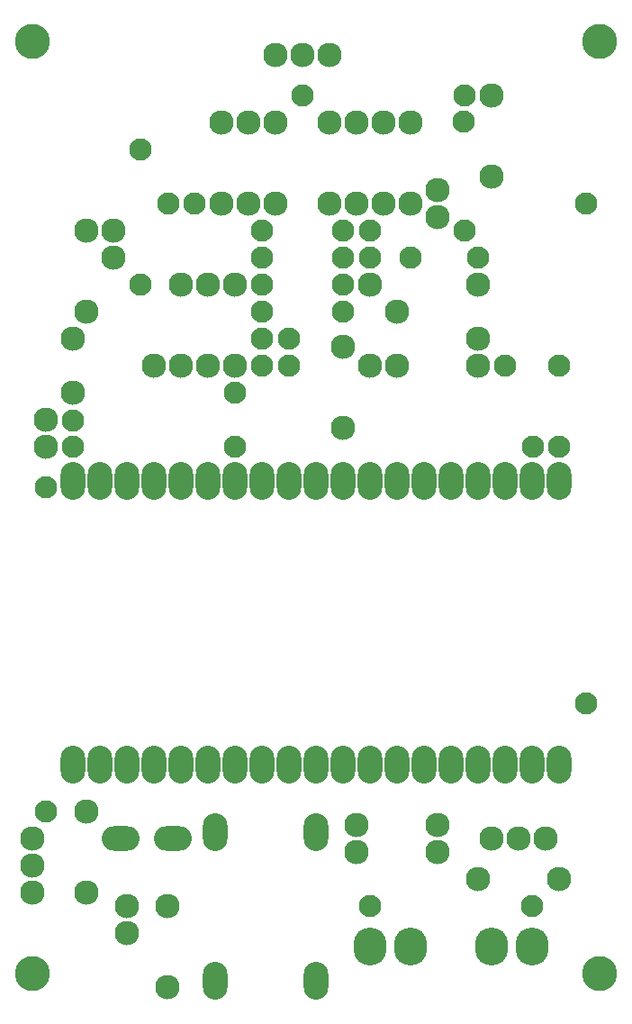
<source format=gbr>
%TF.GenerationSoftware,KiCad,Pcbnew,(5.1.6)-1*%
%TF.CreationDate,2025-12-01T13:50:03-05:00*%
%TF.ProjectId,board1,626f6172-6431-42e6-9b69-6361645f7063,rev?*%
%TF.SameCoordinates,PX196f3b0PY6f6d640*%
%TF.FileFunction,Soldermask,Bot*%
%TF.FilePolarity,Negative*%
%FSLAX46Y46*%
G04 Gerber Fmt 4.6, Leading zero omitted, Abs format (unit mm)*
G04 Created by KiCad (PCBNEW (5.1.6)-1) date 2025-12-01 13:50:03*
%MOMM*%
%LPD*%
G01*
G04 APERTURE LIST*
%ADD10C,3.300000*%
%ADD11C,2.300000*%
%ADD12O,3.570000X2.300000*%
%ADD13C,2.100000*%
%ADD14O,3.100000X3.570000*%
%ADD15O,2.300000X3.570000*%
G04 APERTURE END LIST*
D10*
%TO.C,REF\u002A\u002A*%
X57150000Y91440000D03*
%TD*%
%TO.C,REF\u002A\u002A*%
X57150000Y3810000D03*
%TD*%
%TO.C,REF\u002A\u002A*%
X3810000Y3810000D03*
%TD*%
%TO.C,REF\u002A\u002A*%
X3810000Y91440000D03*
%TD*%
D11*
%TO.C,J5*%
X41910000Y74930000D03*
X41910000Y77470000D03*
%TD*%
%TO.C,J6*%
X11430000Y73660000D03*
X11430000Y71120000D03*
%TD*%
%TO.C,R15*%
X8890000Y66040000D03*
X8890000Y73660000D03*
%TD*%
D12*
%TO.C,C1*%
X12065000Y16510000D03*
X17035000Y16510000D03*
%TD*%
D13*
%TO.C,C2*%
X35560000Y71160000D03*
X35560000Y73660000D03*
%TD*%
%TO.C,C3*%
X7620000Y53340000D03*
X7620000Y55840000D03*
%TD*%
%TO.C,C4*%
X50840000Y53340000D03*
X53340000Y53340000D03*
%TD*%
%TO.C,C5*%
X16550000Y76200000D03*
X19050000Y76200000D03*
%TD*%
%TO.C,C6*%
X27900000Y63500000D03*
X25400000Y63500000D03*
%TD*%
%TO.C,C7*%
X25400000Y60960000D03*
X27900000Y60960000D03*
%TD*%
D11*
%TO.C,D1*%
X16510000Y2540000D03*
X16510000Y10160000D03*
%TD*%
%TO.C,D2*%
X53340000Y12700000D03*
X45720000Y12700000D03*
%TD*%
D14*
%TO.C,J1*%
X39370000Y6350000D03*
X35560000Y6350000D03*
%TD*%
D11*
%TO.C,J2*%
X26670000Y90170000D03*
X29210000Y90170000D03*
X31750000Y90170000D03*
%TD*%
%TO.C,J3*%
X12700000Y7620000D03*
X12700000Y10160000D03*
%TD*%
%TO.C,J4*%
X5080000Y55880000D03*
X5080000Y53340000D03*
%TD*%
%TO.C,J7*%
X3810000Y16510000D03*
X3810000Y13970000D03*
X3810000Y11430000D03*
%TD*%
D14*
%TO.C,J8*%
X46990000Y6350000D03*
X50800000Y6350000D03*
%TD*%
D15*
%TO.C,M1*%
X30480000Y17145000D03*
X30480000Y3175000D03*
X20980000Y3175000D03*
X20980000Y17145000D03*
%TD*%
D11*
%TO.C,Q1*%
X46990000Y16510000D03*
X49530000Y16510000D03*
X52070000Y16510000D03*
%TD*%
%TO.C,R1*%
X46990000Y86360000D03*
X46990000Y78740000D03*
%TD*%
%TO.C,R2*%
X34290000Y83820000D03*
X34290000Y76200000D03*
%TD*%
%TO.C,R3*%
X45720000Y60960000D03*
X38100000Y60960000D03*
%TD*%
%TO.C,R4*%
X31750000Y76200000D03*
X31750000Y83820000D03*
%TD*%
%TO.C,R5*%
X33020000Y55118000D03*
X33020000Y62738000D03*
%TD*%
%TO.C,R6*%
X36830000Y83820000D03*
X36830000Y76200000D03*
%TD*%
%TO.C,R7*%
X35560000Y68580000D03*
X35560000Y60960000D03*
%TD*%
%TO.C,R8*%
X39370000Y76200000D03*
X39370000Y83820000D03*
%TD*%
%TO.C,R9*%
X24130000Y83820000D03*
X24130000Y76200000D03*
%TD*%
%TO.C,R10*%
X20320000Y60960000D03*
X20320000Y68580000D03*
%TD*%
%TO.C,R11*%
X26670000Y76200000D03*
X26670000Y83820000D03*
%TD*%
%TO.C,R12*%
X22860000Y60960000D03*
X22860000Y68580000D03*
%TD*%
%TO.C,R13*%
X21590000Y83820000D03*
X21590000Y76200000D03*
%TD*%
%TO.C,R14*%
X17780000Y68580000D03*
X17780000Y60960000D03*
%TD*%
%TO.C,R16*%
X41910000Y17780000D03*
X34290000Y17780000D03*
%TD*%
%TO.C,R17*%
X41910000Y15240000D03*
X34290000Y15240000D03*
%TD*%
%TO.C,RV1*%
X45720000Y68580000D03*
X38100000Y66040000D03*
X45720000Y63500000D03*
%TD*%
%TO.C,RV2*%
X7620000Y63500000D03*
X15240000Y60960000D03*
X7620000Y58420000D03*
%TD*%
D13*
%TO.C,U1*%
X33020000Y66040000D03*
X25400000Y73660000D03*
X33020000Y68580000D03*
X25400000Y71120000D03*
X33020000Y71120000D03*
X25400000Y68580000D03*
X33020000Y73660000D03*
X25400000Y66040000D03*
%TD*%
D15*
%TO.C,U2*%
X7620000Y50165000D03*
X10160000Y50165000D03*
X12700000Y50165000D03*
X15240000Y50165000D03*
X17780000Y50165000D03*
X20320000Y50165000D03*
X22860000Y50165000D03*
X25400000Y50165000D03*
X27940000Y50165000D03*
X30480000Y50165000D03*
X33020000Y50165000D03*
X35560000Y50165000D03*
X38100000Y50165000D03*
X40640000Y50165000D03*
X43180000Y50165000D03*
X45720000Y50165000D03*
X48260000Y50165000D03*
X50800000Y50165000D03*
X53340000Y50165000D03*
X53340000Y23495000D03*
X50800000Y23495000D03*
X48260000Y23495000D03*
X45720000Y23495000D03*
X43180000Y23495000D03*
X40640000Y23495000D03*
X38100000Y23495000D03*
X35560000Y23495000D03*
X33020000Y23495000D03*
X30480000Y23495000D03*
X27940000Y23495000D03*
X25400000Y23495000D03*
X22860000Y23495000D03*
X20320000Y23495000D03*
X17780000Y23495000D03*
X15240000Y23495000D03*
X12700000Y23495000D03*
X10160000Y23495000D03*
X7620000Y23495000D03*
%TD*%
D11*
%TO.C,R18*%
X8890000Y19050000D03*
X8890000Y11430000D03*
%TD*%
D13*
X5080000Y49530000D03*
X5080000Y19050000D03*
X13970000Y68580000D03*
X13970000Y81280000D03*
X44450000Y73660000D03*
X44348400Y83947000D03*
X48260000Y60960000D03*
X53340000Y60960000D03*
X35560000Y10160000D03*
X50800000Y10160000D03*
X29210000Y86360000D03*
X44450000Y86360000D03*
X55880000Y76200000D03*
X55880000Y29210000D03*
X45720000Y71120000D03*
X39370000Y71120000D03*
X22860000Y58420000D03*
X22860000Y53340000D03*
M02*

</source>
